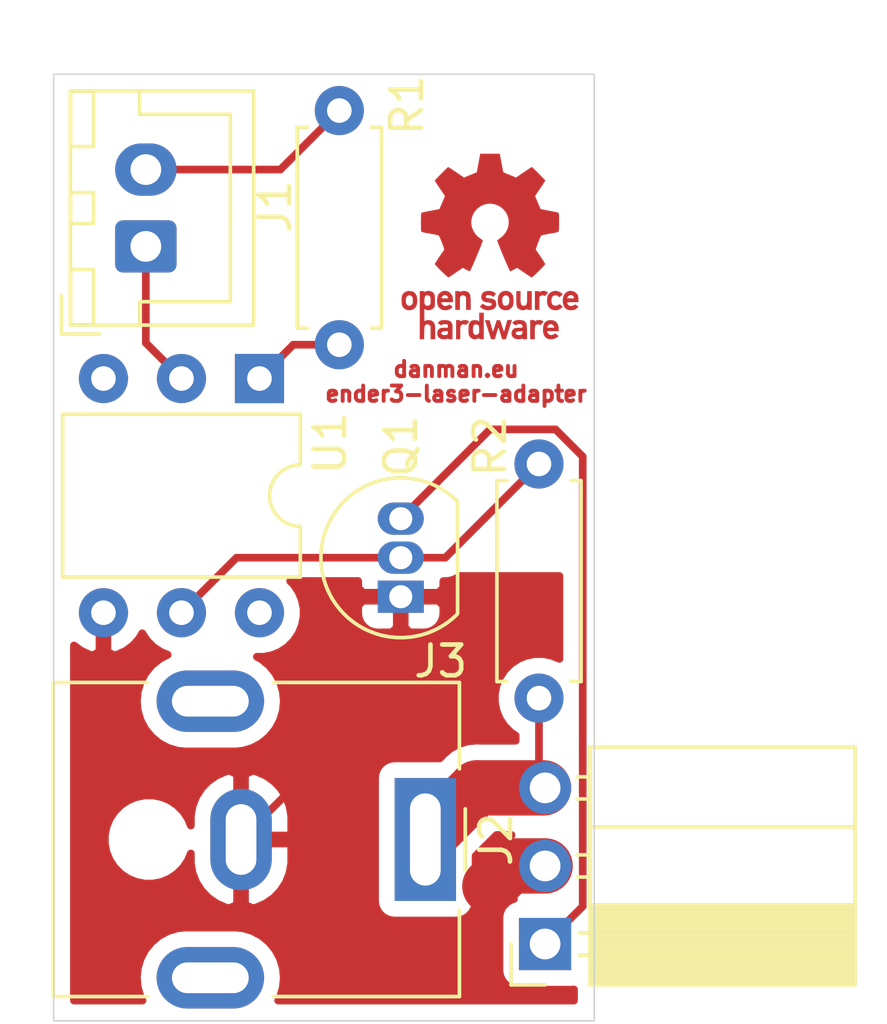
<source format=kicad_pcb>
(kicad_pcb (version 20171130) (host pcbnew 5.1.6-c6e7f7d~87~ubuntu20.04.1)

  (general
    (thickness 1.6)
    (drawings 5)
    (tracks 23)
    (zones 0)
    (modules 8)
    (nets 10)
  )

  (page A4)
  (layers
    (0 F.Cu signal)
    (31 B.Cu signal)
    (32 B.Adhes user)
    (33 F.Adhes user)
    (34 B.Paste user)
    (35 F.Paste user)
    (36 B.SilkS user)
    (37 F.SilkS user)
    (38 B.Mask user)
    (39 F.Mask user)
    (40 Dwgs.User user)
    (41 Cmts.User user)
    (42 Eco1.User user)
    (43 Eco2.User user)
    (44 Edge.Cuts user)
    (45 Margin user)
    (46 B.CrtYd user)
    (47 F.CrtYd user)
    (48 B.Fab user)
    (49 F.Fab user)
  )

  (setup
    (last_trace_width 0.25)
    (user_trace_width 1.8)
    (trace_clearance 0.2)
    (zone_clearance 0.508)
    (zone_45_only no)
    (trace_min 0.2)
    (via_size 0.8)
    (via_drill 0.4)
    (via_min_size 0.4)
    (via_min_drill 0.3)
    (uvia_size 0.3)
    (uvia_drill 0.1)
    (uvias_allowed no)
    (uvia_min_size 0.2)
    (uvia_min_drill 0.1)
    (edge_width 0.05)
    (segment_width 0.2)
    (pcb_text_width 0.3)
    (pcb_text_size 1.5 1.5)
    (mod_edge_width 0.12)
    (mod_text_size 1 1)
    (mod_text_width 0.15)
    (pad_size 1.524 1.524)
    (pad_drill 0.762)
    (pad_to_mask_clearance 0.05)
    (aux_axis_origin 0 0)
    (visible_elements FFFFFF7F)
    (pcbplotparams
      (layerselection 0x010fc_ffffffff)
      (usegerberextensions false)
      (usegerberattributes true)
      (usegerberadvancedattributes true)
      (creategerberjobfile true)
      (excludeedgelayer true)
      (linewidth 0.100000)
      (plotframeref false)
      (viasonmask false)
      (mode 1)
      (useauxorigin false)
      (hpglpennumber 1)
      (hpglpenspeed 20)
      (hpglpendiameter 15.000000)
      (psnegative false)
      (psa4output false)
      (plotreference true)
      (plotvalue true)
      (plotinvisibletext false)
      (padsonsilk false)
      (subtractmaskfromsilk false)
      (outputformat 1)
      (mirror false)
      (drillshape 0)
      (scaleselection 1)
      (outputdirectory "output/gerber/"))
  )

  (net 0 "")
  (net 1 "Net-(J1-Pad2)")
  (net 2 "Net-(J1-Pad1)")
  (net 3 "Net-(Q1-Pad2)")
  (net 4 "Net-(R1-Pad1)")
  (net 5 "Net-(U1-Pad6)")
  (net 6 "Net-(U1-Pad3)")
  (net 7 /GND)
  (net 8 /VCC)
  (net 9 /PWM)

  (net_class Default "This is the default net class."
    (clearance 0.2)
    (trace_width 0.25)
    (via_dia 0.8)
    (via_drill 0.4)
    (uvia_dia 0.3)
    (uvia_drill 0.1)
    (add_net /GND)
    (add_net /PWM)
    (add_net /VCC)
    (add_net "Net-(J1-Pad1)")
    (add_net "Net-(J1-Pad2)")
    (add_net "Net-(Q1-Pad2)")
    (add_net "Net-(R1-Pad1)")
    (add_net "Net-(U1-Pad3)")
    (add_net "Net-(U1-Pad6)")
  )

  (module Symbol:OSHW-Logo_5.7x6mm_Copper (layer F.Cu) (tedit 0) (tstamp 5F1DCF29)
    (at 138 76)
    (descr "Open Source Hardware Logo")
    (tags "Logo OSHW")
    (attr virtual)
    (fp_text reference REF** (at 0 0) (layer F.SilkS) hide
      (effects (font (size 1 1) (thickness 0.15)))
    )
    (fp_text value OSHW-Logo_5.7x6mm_Copper (at 0.75 0) (layer F.Fab) hide
      (effects (font (size 1 1) (thickness 0.15)))
    )
    (fp_poly (pts (xy -1.908759 1.469184) (xy -1.882247 1.482282) (xy -1.849553 1.505106) (xy -1.825725 1.529996)
      (xy -1.809406 1.561249) (xy -1.79924 1.603166) (xy -1.793872 1.660044) (xy -1.791944 1.736184)
      (xy -1.791831 1.768917) (xy -1.792161 1.840656) (xy -1.793527 1.891927) (xy -1.7965 1.927404)
      (xy -1.801649 1.951763) (xy -1.809543 1.96968) (xy -1.817757 1.981902) (xy -1.870187 2.033905)
      (xy -1.93193 2.065184) (xy -1.998536 2.074592) (xy -2.065558 2.06098) (xy -2.086792 2.051354)
      (xy -2.137624 2.024859) (xy -2.137624 2.440052) (xy -2.100525 2.420868) (xy -2.051643 2.406025)
      (xy -1.991561 2.402222) (xy -1.931564 2.409243) (xy -1.886256 2.425013) (xy -1.848675 2.455047)
      (xy -1.816564 2.498024) (xy -1.81415 2.502436) (xy -1.803967 2.523221) (xy -1.79653 2.54417)
      (xy -1.791411 2.569548) (xy -1.788181 2.603618) (xy -1.786413 2.650641) (xy -1.785677 2.714882)
      (xy -1.785544 2.787176) (xy -1.785544 3.017822) (xy -1.923861 3.017822) (xy -1.923861 2.592533)
      (xy -1.962549 2.559979) (xy -2.002738 2.53394) (xy -2.040797 2.529205) (xy -2.079066 2.541389)
      (xy -2.099462 2.55332) (xy -2.114642 2.570313) (xy -2.125438 2.595995) (xy -2.132683 2.633991)
      (xy -2.137208 2.687926) (xy -2.139844 2.761425) (xy -2.140772 2.810347) (xy -2.143911 3.011535)
      (xy -2.209926 3.015336) (xy -2.27594 3.019136) (xy -2.27594 1.77065) (xy -2.137624 1.77065)
      (xy -2.134097 1.840254) (xy -2.122215 1.888569) (xy -2.10002 1.918631) (xy -2.065559 1.933471)
      (xy -2.030742 1.936436) (xy -1.991329 1.933028) (xy -1.965171 1.919617) (xy -1.948814 1.901896)
      (xy -1.935937 1.882835) (xy -1.928272 1.861601) (xy -1.924861 1.831849) (xy -1.924749 1.787236)
      (xy -1.925897 1.74988) (xy -1.928532 1.693604) (xy -1.932456 1.656658) (xy -1.939063 1.633223)
      (xy -1.949749 1.61748) (xy -1.959833 1.60838) (xy -2.00197 1.588537) (xy -2.05184 1.585332)
      (xy -2.080476 1.592168) (xy -2.108828 1.616464) (xy -2.127609 1.663728) (xy -2.136712 1.733624)
      (xy -2.137624 1.77065) (xy -2.27594 1.77065) (xy -2.27594 1.458614) (xy -2.206782 1.458614)
      (xy -2.16526 1.460256) (xy -2.143838 1.466087) (xy -2.137626 1.477461) (xy -2.137624 1.477798)
      (xy -2.134742 1.488938) (xy -2.12203 1.487673) (xy -2.096757 1.475433) (xy -2.037869 1.456707)
      (xy -1.971615 1.454739) (xy -1.908759 1.469184)) (layer F.Cu) (width 0.01))
    (fp_poly (pts (xy -1.38421 2.406555) (xy -1.325055 2.422339) (xy -1.280023 2.450948) (xy -1.248246 2.488419)
      (xy -1.238366 2.504411) (xy -1.231073 2.521163) (xy -1.225974 2.542592) (xy -1.222679 2.572616)
      (xy -1.220797 2.615154) (xy -1.219937 2.674122) (xy -1.219707 2.75344) (xy -1.219703 2.774484)
      (xy -1.219703 3.017822) (xy -1.280059 3.017822) (xy -1.318557 3.015126) (xy -1.347023 3.008295)
      (xy -1.354155 3.004083) (xy -1.373652 2.996813) (xy -1.393566 3.004083) (xy -1.426353 3.01316)
      (xy -1.473978 3.016813) (xy -1.526764 3.015228) (xy -1.575036 3.008589) (xy -1.603218 3.000072)
      (xy -1.657753 2.965063) (xy -1.691835 2.916479) (xy -1.707157 2.851882) (xy -1.707299 2.850223)
      (xy -1.705955 2.821566) (xy -1.584356 2.821566) (xy -1.573726 2.854161) (xy -1.55641 2.872505)
      (xy -1.521652 2.886379) (xy -1.475773 2.891917) (xy -1.428988 2.889191) (xy -1.391514 2.878274)
      (xy -1.381015 2.871269) (xy -1.362668 2.838904) (xy -1.35802 2.802111) (xy -1.35802 2.753763)
      (xy -1.427582 2.753763) (xy -1.493667 2.75885) (xy -1.543764 2.773263) (xy -1.574929 2.795729)
      (xy -1.584356 2.821566) (xy -1.705955 2.821566) (xy -1.703987 2.779647) (xy -1.68071 2.723845)
      (xy -1.636948 2.681647) (xy -1.630899 2.677808) (xy -1.604907 2.665309) (xy -1.572735 2.65774)
      (xy -1.52776 2.654061) (xy -1.474331 2.653216) (xy -1.35802 2.653169) (xy -1.35802 2.604411)
      (xy -1.362953 2.566581) (xy -1.375543 2.541236) (xy -1.377017 2.539887) (xy -1.405034 2.5288)
      (xy -1.447326 2.524503) (xy -1.494064 2.526615) (xy -1.535418 2.534756) (xy -1.559957 2.546965)
      (xy -1.573253 2.556746) (xy -1.587294 2.558613) (xy -1.606671 2.5506) (xy -1.635976 2.530739)
      (xy -1.679803 2.497063) (xy -1.683825 2.493909) (xy -1.681764 2.482236) (xy -1.664568 2.462822)
      (xy -1.638433 2.441248) (xy -1.609552 2.423096) (xy -1.600478 2.418809) (xy -1.56738 2.410256)
      (xy -1.51888 2.404155) (xy -1.464695 2.401708) (xy -1.462161 2.401703) (xy -1.38421 2.406555)) (layer F.Cu) (width 0.01))
    (fp_poly (pts (xy -0.993356 2.40302) (xy -0.974539 2.40866) (xy -0.968473 2.421053) (xy -0.968218 2.426647)
      (xy -0.967129 2.44223) (xy -0.959632 2.444676) (xy -0.939381 2.433993) (xy -0.927351 2.426694)
      (xy -0.8894 2.411063) (xy -0.844072 2.403334) (xy -0.796544 2.40274) (xy -0.751995 2.408513)
      (xy -0.715602 2.419884) (xy -0.692543 2.436088) (xy -0.687996 2.456355) (xy -0.690291 2.461843)
      (xy -0.70702 2.484626) (xy -0.732963 2.512647) (xy -0.737655 2.517177) (xy -0.762383 2.538005)
      (xy -0.783718 2.544735) (xy -0.813555 2.540038) (xy -0.825508 2.536917) (xy -0.862705 2.529421)
      (xy -0.888859 2.532792) (xy -0.910946 2.544681) (xy -0.931178 2.560635) (xy -0.946079 2.5807)
      (xy -0.956434 2.608702) (xy -0.963029 2.648467) (xy -0.966649 2.703823) (xy -0.968078 2.778594)
      (xy -0.968218 2.82374) (xy -0.968218 3.017822) (xy -1.09396 3.017822) (xy -1.09396 2.401683)
      (xy -1.031089 2.401683) (xy -0.993356 2.40302)) (layer F.Cu) (width 0.01))
    (fp_poly (pts (xy -0.201188 3.017822) (xy -0.270346 3.017822) (xy -0.310488 3.016645) (xy -0.331394 3.011772)
      (xy -0.338922 3.001186) (xy -0.339505 2.994029) (xy -0.340774 2.979676) (xy -0.348779 2.976923)
      (xy -0.369815 2.985771) (xy -0.386173 2.994029) (xy -0.448977 3.013597) (xy -0.517248 3.014729)
      (xy -0.572752 3.000135) (xy -0.624438 2.964877) (xy -0.663838 2.912835) (xy -0.685413 2.85145)
      (xy -0.685962 2.848018) (xy -0.689167 2.810571) (xy -0.690761 2.756813) (xy -0.690633 2.716155)
      (xy -0.553279 2.716155) (xy -0.550097 2.770194) (xy -0.542859 2.814735) (xy -0.53306 2.839888)
      (xy -0.495989 2.87426) (xy -0.451974 2.886582) (xy -0.406584 2.876618) (xy -0.367797 2.846895)
      (xy -0.353108 2.826905) (xy -0.344519 2.80305) (xy -0.340496 2.76823) (xy -0.339505 2.71593)
      (xy -0.341278 2.664139) (xy -0.345963 2.618634) (xy -0.352603 2.588181) (xy -0.35371 2.585452)
      (xy -0.380491 2.553) (xy -0.419579 2.535183) (xy -0.463315 2.532306) (xy -0.504038 2.544674)
      (xy -0.534087 2.572593) (xy -0.537204 2.578148) (xy -0.546961 2.612022) (xy -0.552277 2.660728)
      (xy -0.553279 2.716155) (xy -0.690633 2.716155) (xy -0.690568 2.69554) (xy -0.689664 2.662563)
      (xy -0.683514 2.580981) (xy -0.670733 2.51973) (xy -0.649471 2.474449) (xy -0.617878 2.440779)
      (xy -0.587207 2.421014) (xy -0.544354 2.40712) (xy -0.491056 2.402354) (xy -0.43648 2.406236)
      (xy -0.389792 2.418282) (xy -0.365124 2.432693) (xy -0.339505 2.455878) (xy -0.339505 2.162773)
      (xy -0.201188 2.162773) (xy -0.201188 3.017822)) (layer F.Cu) (width 0.01))
    (fp_poly (pts (xy 0.281524 2.404237) (xy 0.331255 2.407971) (xy 0.461291 2.797773) (xy 0.481678 2.728614)
      (xy 0.493946 2.685874) (xy 0.510085 2.628115) (xy 0.527512 2.564625) (xy 0.536726 2.53057)
      (xy 0.571388 2.401683) (xy 0.714391 2.401683) (xy 0.671646 2.536857) (xy 0.650596 2.603342)
      (xy 0.625167 2.683539) (xy 0.59861 2.767193) (xy 0.574902 2.841782) (xy 0.520902 3.011535)
      (xy 0.462598 3.015328) (xy 0.404295 3.019122) (xy 0.372679 2.914734) (xy 0.353182 2.849889)
      (xy 0.331904 2.7784) (xy 0.313308 2.715263) (xy 0.312574 2.71275) (xy 0.298684 2.669969)
      (xy 0.286429 2.640779) (xy 0.277846 2.629741) (xy 0.276082 2.631018) (xy 0.269891 2.64813)
      (xy 0.258128 2.684787) (xy 0.242225 2.736378) (xy 0.223614 2.798294) (xy 0.213543 2.832352)
      (xy 0.159007 3.017822) (xy 0.043264 3.017822) (xy -0.049263 2.725471) (xy -0.075256 2.643462)
      (xy -0.098934 2.568987) (xy -0.11918 2.505544) (xy -0.134874 2.456632) (xy -0.144898 2.425749)
      (xy -0.147945 2.416726) (xy -0.145533 2.407487) (xy -0.126592 2.403441) (xy -0.087177 2.403846)
      (xy -0.081007 2.404152) (xy -0.007914 2.407971) (xy 0.039957 2.58401) (xy 0.057553 2.648211)
      (xy 0.073277 2.704649) (xy 0.085746 2.748422) (xy 0.093574 2.77463) (xy 0.09502 2.778903)
      (xy 0.101014 2.77399) (xy 0.113101 2.748532) (xy 0.129893 2.705997) (xy 0.150003 2.64985)
      (xy 0.167003 2.59913) (xy 0.231794 2.400504) (xy 0.281524 2.404237)) (layer F.Cu) (width 0.01))
    (fp_poly (pts (xy 1.038411 2.405417) (xy 1.091411 2.41829) (xy 1.106731 2.42511) (xy 1.136428 2.442974)
      (xy 1.15922 2.463093) (xy 1.176083 2.488962) (xy 1.187998 2.524073) (xy 1.195942 2.57192)
      (xy 1.200894 2.635996) (xy 1.203831 2.719794) (xy 1.204947 2.775768) (xy 1.209052 3.017822)
      (xy 1.138932 3.017822) (xy 1.096393 3.016038) (xy 1.074476 3.009942) (xy 1.068812 2.999706)
      (xy 1.065821 2.988637) (xy 1.052451 2.990754) (xy 1.034233 2.999629) (xy 0.988624 3.013233)
      (xy 0.930007 3.016899) (xy 0.868354 3.010903) (xy 0.813638 2.995521) (xy 0.80873 2.993386)
      (xy 0.758723 2.958255) (xy 0.725756 2.909419) (xy 0.710587 2.852333) (xy 0.711746 2.831824)
      (xy 0.835508 2.831824) (xy 0.846413 2.859425) (xy 0.878745 2.879204) (xy 0.93091 2.889819)
      (xy 0.958787 2.891228) (xy 1.005247 2.88762) (xy 1.036129 2.873597) (xy 1.043664 2.866931)
      (xy 1.064076 2.830666) (xy 1.068812 2.797773) (xy 1.068812 2.753763) (xy 1.007513 2.753763)
      (xy 0.936256 2.757395) (xy 0.886276 2.768818) (xy 0.854696 2.788824) (xy 0.847626 2.797743)
      (xy 0.835508 2.831824) (xy 0.711746 2.831824) (xy 0.713971 2.792456) (xy 0.736663 2.735244)
      (xy 0.767624 2.69658) (xy 0.786376 2.679864) (xy 0.804733 2.668878) (xy 0.828619 2.66218)
      (xy 0.863957 2.658326) (xy 0.916669 2.655873) (xy 0.937577 2.655168) (xy 1.068812 2.650879)
      (xy 1.06862 2.611158) (xy 1.063537 2.569405) (xy 1.045162 2.544158) (xy 1.008039 2.52803)
      (xy 1.007043 2.527742) (xy 0.95441 2.5214) (xy 0.902906 2.529684) (xy 0.86463 2.549827)
      (xy 0.849272 2.559773) (xy 0.83273 2.558397) (xy 0.807275 2.543987) (xy 0.792328 2.533817)
      (xy 0.763091 2.512088) (xy 0.74498 2.4958) (xy 0.742074 2.491137) (xy 0.75404 2.467005)
      (xy 0.789396 2.438185) (xy 0.804753 2.428461) (xy 0.848901 2.411714) (xy 0.908398 2.402227)
      (xy 0.974487 2.400095) (xy 1.038411 2.405417)) (layer F.Cu) (width 0.01))
    (fp_poly (pts (xy 1.635255 2.401486) (xy 1.683595 2.411015) (xy 1.711114 2.425125) (xy 1.740064 2.448568)
      (xy 1.698876 2.500571) (xy 1.673482 2.532064) (xy 1.656238 2.547428) (xy 1.639102 2.549776)
      (xy 1.614027 2.542217) (xy 1.602257 2.537941) (xy 1.55427 2.531631) (xy 1.510324 2.545156)
      (xy 1.47806 2.57571) (xy 1.472819 2.585452) (xy 1.467112 2.611258) (xy 1.462706 2.658817)
      (xy 1.459811 2.724758) (xy 1.458631 2.80571) (xy 1.458614 2.817226) (xy 1.458614 3.017822)
      (xy 1.320297 3.017822) (xy 1.320297 2.401683) (xy 1.389456 2.401683) (xy 1.429333 2.402725)
      (xy 1.450107 2.407358) (xy 1.457789 2.417849) (xy 1.458614 2.427745) (xy 1.458614 2.453806)
      (xy 1.491745 2.427745) (xy 1.529735 2.409965) (xy 1.58077 2.401174) (xy 1.635255 2.401486)) (layer F.Cu) (width 0.01))
    (fp_poly (pts (xy 2.032581 2.40497) (xy 2.092685 2.420597) (xy 2.143021 2.452848) (xy 2.167393 2.47694)
      (xy 2.207345 2.533895) (xy 2.230242 2.599965) (xy 2.238108 2.681182) (xy 2.238148 2.687748)
      (xy 2.238218 2.753763) (xy 1.858264 2.753763) (xy 1.866363 2.788342) (xy 1.880987 2.819659)
      (xy 1.906581 2.852291) (xy 1.911935 2.8575) (xy 1.957943 2.885694) (xy 2.01041 2.890475)
      (xy 2.070803 2.871926) (xy 2.08104 2.866931) (xy 2.112439 2.851745) (xy 2.13347 2.843094)
      (xy 2.137139 2.842293) (xy 2.149948 2.850063) (xy 2.174378 2.869072) (xy 2.186779 2.87946)
      (xy 2.212476 2.903321) (xy 2.220915 2.919077) (xy 2.215058 2.933571) (xy 2.211928 2.937534)
      (xy 2.190725 2.954879) (xy 2.155738 2.975959) (xy 2.131337 2.988265) (xy 2.062072 3.009946)
      (xy 1.985388 3.016971) (xy 1.912765 3.008647) (xy 1.892426 3.002686) (xy 1.829476 2.968952)
      (xy 1.782815 2.917045) (xy 1.752173 2.846459) (xy 1.737282 2.756692) (xy 1.735647 2.709753)
      (xy 1.740421 2.641413) (xy 1.86099 2.641413) (xy 1.872652 2.646465) (xy 1.903998 2.650429)
      (xy 1.949571 2.652768) (xy 1.980446 2.653169) (xy 2.035981 2.652783) (xy 2.071033 2.650975)
      (xy 2.090262 2.646773) (xy 2.09833 2.639203) (xy 2.099901 2.628218) (xy 2.089121 2.594381)
      (xy 2.06198 2.56094) (xy 2.026277 2.535272) (xy 1.99056 2.524772) (xy 1.942048 2.534086)
      (xy 1.900053 2.561013) (xy 1.870936 2.599827) (xy 1.86099 2.641413) (xy 1.740421 2.641413)
      (xy 1.742599 2.610236) (xy 1.764055 2.530949) (xy 1.80047 2.471263) (xy 1.852297 2.430549)
      (xy 1.91999 2.408179) (xy 1.956662 2.403871) (xy 2.032581 2.40497)) (layer F.Cu) (width 0.01))
    (fp_poly (pts (xy -2.538261 1.465148) (xy -2.472479 1.494231) (xy -2.42254 1.542793) (xy -2.388374 1.610908)
      (xy -2.369907 1.698651) (xy -2.368583 1.712351) (xy -2.367546 1.808939) (xy -2.380993 1.893602)
      (xy -2.408108 1.962221) (xy -2.422627 1.984294) (xy -2.473201 2.031011) (xy -2.537609 2.061268)
      (xy -2.609666 2.073824) (xy -2.683185 2.067439) (xy -2.739072 2.047772) (xy -2.787132 2.014629)
      (xy -2.826412 1.971175) (xy -2.827092 1.970158) (xy -2.843044 1.943338) (xy -2.85341 1.916368)
      (xy -2.859688 1.882332) (xy -2.863373 1.83431) (xy -2.864997 1.794931) (xy -2.865672 1.759219)
      (xy -2.739955 1.759219) (xy -2.738726 1.79477) (xy -2.734266 1.842094) (xy -2.726397 1.872465)
      (xy -2.712207 1.894072) (xy -2.698917 1.906694) (xy -2.651802 1.933122) (xy -2.602505 1.936653)
      (xy -2.556593 1.917639) (xy -2.533638 1.896331) (xy -2.517096 1.874859) (xy -2.507421 1.854313)
      (xy -2.503174 1.827574) (xy -2.50292 1.787523) (xy -2.504228 1.750638) (xy -2.507043 1.697947)
      (xy -2.511505 1.663772) (xy -2.519548 1.64148) (xy -2.533103 1.624442) (xy -2.543845 1.614703)
      (xy -2.588777 1.589123) (xy -2.637249 1.587847) (xy -2.677894 1.602999) (xy -2.712567 1.634642)
      (xy -2.733224 1.68662) (xy -2.739955 1.759219) (xy -2.865672 1.759219) (xy -2.866479 1.716621)
      (xy -2.863948 1.658056) (xy -2.856362 1.614007) (xy -2.842681 1.579248) (xy -2.821865 1.548551)
      (xy -2.814147 1.539436) (xy -2.765889 1.494021) (xy -2.714128 1.467493) (xy -2.650828 1.456379)
      (xy -2.619961 1.455471) (xy -2.538261 1.465148)) (layer F.Cu) (width 0.01))
    (fp_poly (pts (xy -1.356699 1.472614) (xy -1.344168 1.478514) (xy -1.300799 1.510283) (xy -1.25979 1.556646)
      (xy -1.229168 1.607696) (xy -1.220459 1.631166) (xy -1.212512 1.673091) (xy -1.207774 1.723757)
      (xy -1.207199 1.744679) (xy -1.207129 1.810693) (xy -1.587083 1.810693) (xy -1.578983 1.845273)
      (xy -1.559104 1.88617) (xy -1.524347 1.921514) (xy -1.482998 1.944282) (xy -1.456649 1.94901)
      (xy -1.420916 1.943273) (xy -1.378282 1.928882) (xy -1.363799 1.922262) (xy -1.31024 1.895513)
      (xy -1.264533 1.930376) (xy -1.238158 1.953955) (xy -1.224124 1.973417) (xy -1.223414 1.979129)
      (xy -1.235951 1.992973) (xy -1.263428 2.014012) (xy -1.288366 2.030425) (xy -1.355664 2.05993)
      (xy -1.43111 2.073284) (xy -1.505888 2.069812) (xy -1.565495 2.051663) (xy -1.626941 2.012784)
      (xy -1.670608 1.961595) (xy -1.697926 1.895367) (xy -1.710322 1.811371) (xy -1.711421 1.772936)
      (xy -1.707022 1.684861) (xy -1.706482 1.682299) (xy -1.580582 1.682299) (xy -1.577115 1.690558)
      (xy -1.562863 1.695113) (xy -1.53347 1.697065) (xy -1.484575 1.697517) (xy -1.465748 1.697525)
      (xy -1.408467 1.696843) (xy -1.372141 1.694364) (xy -1.352604 1.689443) (xy -1.34569 1.681434)
      (xy -1.345445 1.678862) (xy -1.353336 1.658423) (xy -1.373085 1.629789) (xy -1.381575 1.619763)
      (xy -1.413094 1.591408) (xy -1.445949 1.580259) (xy -1.463651 1.579327) (xy -1.511539 1.590981)
      (xy -1.551699 1.622285) (xy -1.577173 1.667752) (xy -1.577625 1.669233) (xy -1.580582 1.682299)
      (xy -1.706482 1.682299) (xy -1.692392 1.61551) (xy -1.666038 1.560025) (xy -1.633807 1.520639)
      (xy -1.574217 1.477931) (xy -1.504168 1.455109) (xy -1.429661 1.453046) (xy -1.356699 1.472614)) (layer F.Cu) (width 0.01))
    (fp_poly (pts (xy 0.014017 1.456452) (xy 0.061634 1.465482) (xy 0.111034 1.48437) (xy 0.116312 1.486777)
      (xy 0.153774 1.506476) (xy 0.179717 1.524781) (xy 0.188103 1.536508) (xy 0.180117 1.555632)
      (xy 0.16072 1.58385) (xy 0.15211 1.594384) (xy 0.116628 1.635847) (xy 0.070885 1.608858)
      (xy 0.02735 1.590878) (xy -0.02295 1.581267) (xy -0.071188 1.58066) (xy -0.108533 1.589691)
      (xy -0.117495 1.595327) (xy -0.134563 1.621171) (xy -0.136637 1.650941) (xy -0.123866 1.674197)
      (xy -0.116312 1.678708) (xy -0.093675 1.684309) (xy -0.053885 1.690892) (xy -0.004834 1.697183)
      (xy 0.004215 1.69817) (xy 0.082996 1.711798) (xy 0.140136 1.734946) (xy 0.17803 1.769752)
      (xy 0.199079 1.818354) (xy 0.205635 1.877718) (xy 0.196577 1.945198) (xy 0.167164 1.998188)
      (xy 0.117278 2.036783) (xy 0.0468 2.061081) (xy -0.031435 2.070667) (xy -0.095234 2.070552)
      (xy -0.146984 2.061845) (xy -0.182327 2.049825) (xy -0.226983 2.02888) (xy -0.268253 2.004574)
      (xy -0.282921 1.993876) (xy -0.320643 1.963084) (xy -0.275148 1.917049) (xy -0.229653 1.871013)
      (xy -0.177928 1.905243) (xy -0.126048 1.930952) (xy -0.070649 1.944399) (xy -0.017395 1.945818)
      (xy 0.028049 1.935443) (xy 0.060016 1.913507) (xy 0.070338 1.894998) (xy 0.068789 1.865314)
      (xy 0.04314 1.842615) (xy -0.00654 1.82694) (xy -0.060969 1.819695) (xy -0.144736 1.805873)
      (xy -0.206967 1.779796) (xy -0.248493 1.740699) (xy -0.270147 1.68782) (xy -0.273147 1.625126)
      (xy -0.258329 1.559642) (xy -0.224546 1.510144) (xy -0.171495 1.476408) (xy -0.098874 1.458207)
      (xy -0.045072 1.454639) (xy 0.014017 1.456452)) (layer F.Cu) (width 0.01))
    (fp_poly (pts (xy 0.610762 1.466055) (xy 0.674363 1.500692) (xy 0.724123 1.555372) (xy 0.747568 1.599842)
      (xy 0.757634 1.639121) (xy 0.764156 1.695116) (xy 0.766951 1.759621) (xy 0.765836 1.824429)
      (xy 0.760626 1.881334) (xy 0.754541 1.911727) (xy 0.734014 1.953306) (xy 0.698463 1.997468)
      (xy 0.655619 2.036087) (xy 0.613211 2.061034) (xy 0.612177 2.06143) (xy 0.559553 2.072331)
      (xy 0.497188 2.072601) (xy 0.437924 2.062676) (xy 0.41504 2.054722) (xy 0.356102 2.0213)
      (xy 0.31389 1.977511) (xy 0.286156 1.919538) (xy 0.270651 1.843565) (xy 0.267143 1.803771)
      (xy 0.26759 1.753766) (xy 0.402376 1.753766) (xy 0.406917 1.826732) (xy 0.419986 1.882334)
      (xy 0.440756 1.917861) (xy 0.455552 1.92802) (xy 0.493464 1.935104) (xy 0.538527 1.933007)
      (xy 0.577487 1.922812) (xy 0.587704 1.917204) (xy 0.614659 1.884538) (xy 0.632451 1.834545)
      (xy 0.640024 1.773705) (xy 0.636325 1.708497) (xy 0.628057 1.669253) (xy 0.60432 1.623805)
      (xy 0.566849 1.595396) (xy 0.52172 1.585573) (xy 0.475011 1.595887) (xy 0.439132 1.621112)
      (xy 0.420277 1.641925) (xy 0.409272 1.662439) (xy 0.404026 1.690203) (xy 0.402449 1.732762)
      (xy 0.402376 1.753766) (xy 0.26759 1.753766) (xy 0.268094 1.69758) (xy 0.285388 1.610501)
      (xy 0.319029 1.54253) (xy 0.369018 1.493664) (xy 0.435356 1.463899) (xy 0.449601 1.460448)
      (xy 0.53521 1.452345) (xy 0.610762 1.466055)) (layer F.Cu) (width 0.01))
    (fp_poly (pts (xy 0.993367 1.654342) (xy 0.994555 1.746563) (xy 0.998897 1.81661) (xy 1.007558 1.867381)
      (xy 1.021704 1.901772) (xy 1.0425 1.922679) (xy 1.07111 1.933) (xy 1.106535 1.935636)
      (xy 1.143636 1.932682) (xy 1.171818 1.921889) (xy 1.192243 1.90036) (xy 1.206079 1.865199)
      (xy 1.214491 1.81351) (xy 1.218643 1.742394) (xy 1.219703 1.654342) (xy 1.219703 1.458614)
      (xy 1.35802 1.458614) (xy 1.35802 2.062179) (xy 1.288862 2.062179) (xy 1.24717 2.060489)
      (xy 1.225701 2.054556) (xy 1.219703 2.043293) (xy 1.216091 2.033261) (xy 1.201714 2.035383)
      (xy 1.172736 2.04958) (xy 1.106319 2.07148) (xy 1.035875 2.069928) (xy 0.968377 2.046147)
      (xy 0.936233 2.027362) (xy 0.911715 2.007022) (xy 0.893804 1.981573) (xy 0.881479 1.947458)
      (xy 0.873723 1.901121) (xy 0.869516 1.839007) (xy 0.86784 1.757561) (xy 0.867624 1.694578)
      (xy 0.867624 1.458614) (xy 0.993367 1.458614) (xy 0.993367 1.654342)) (layer F.Cu) (width 0.01))
    (fp_poly (pts (xy 2.217226 1.46388) (xy 2.29008 1.49483) (xy 2.313027 1.509895) (xy 2.342354 1.533048)
      (xy 2.360764 1.551253) (xy 2.363961 1.557183) (xy 2.354935 1.57034) (xy 2.331837 1.592667)
      (xy 2.313344 1.60825) (xy 2.262728 1.648926) (xy 2.22276 1.615295) (xy 2.191874 1.593584)
      (xy 2.161759 1.58609) (xy 2.127292 1.58792) (xy 2.072561 1.601528) (xy 2.034886 1.629772)
      (xy 2.011991 1.675433) (xy 2.001597 1.741289) (xy 2.001595 1.741331) (xy 2.002494 1.814939)
      (xy 2.016463 1.868946) (xy 2.044328 1.905716) (xy 2.063325 1.918168) (xy 2.113776 1.933673)
      (xy 2.167663 1.933683) (xy 2.214546 1.918638) (xy 2.225644 1.911287) (xy 2.253476 1.892511)
      (xy 2.275236 1.889434) (xy 2.298704 1.903409) (xy 2.324649 1.92851) (xy 2.365716 1.97088)
      (xy 2.320121 2.008464) (xy 2.249674 2.050882) (xy 2.170233 2.071785) (xy 2.087215 2.070272)
      (xy 2.032694 2.056411) (xy 1.96897 2.022135) (xy 1.918005 1.968212) (xy 1.894851 1.930149)
      (xy 1.876099 1.875536) (xy 1.866715 1.806369) (xy 1.866643 1.731407) (xy 1.875824 1.659409)
      (xy 1.894199 1.599137) (xy 1.897093 1.592958) (xy 1.939952 1.532351) (xy 1.997979 1.488224)
      (xy 2.066591 1.461493) (xy 2.141201 1.453073) (xy 2.217226 1.46388)) (layer F.Cu) (width 0.01))
    (fp_poly (pts (xy 2.677898 1.456457) (xy 2.710096 1.464279) (xy 2.771825 1.492921) (xy 2.82461 1.536667)
      (xy 2.861141 1.589117) (xy 2.86616 1.600893) (xy 2.873045 1.63174) (xy 2.877864 1.677371)
      (xy 2.879505 1.723492) (xy 2.879505 1.810693) (xy 2.697178 1.810693) (xy 2.621979 1.810978)
      (xy 2.569003 1.812704) (xy 2.535325 1.817181) (xy 2.51802 1.82572) (xy 2.514163 1.83963)
      (xy 2.520829 1.860222) (xy 2.53277 1.884315) (xy 2.56608 1.924525) (xy 2.612368 1.944558)
      (xy 2.668944 1.943905) (xy 2.733031 1.922101) (xy 2.788417 1.895193) (xy 2.834375 1.931532)
      (xy 2.880333 1.967872) (xy 2.837096 2.007819) (xy 2.779374 2.045563) (xy 2.708386 2.06832)
      (xy 2.632029 2.074688) (xy 2.558199 2.063268) (xy 2.546287 2.059393) (xy 2.481399 2.025506)
      (xy 2.43313 1.974986) (xy 2.400465 1.906325) (xy 2.382385 1.818014) (xy 2.382175 1.816121)
      (xy 2.380556 1.719878) (xy 2.3871 1.685542) (xy 2.514852 1.685542) (xy 2.526584 1.690822)
      (xy 2.558438 1.694867) (xy 2.605397 1.697176) (xy 2.635154 1.697525) (xy 2.690648 1.697306)
      (xy 2.725346 1.695916) (xy 2.743601 1.692251) (xy 2.749766 1.68521) (xy 2.748195 1.67369)
      (xy 2.746878 1.669233) (xy 2.724382 1.627355) (xy 2.689003 1.593604) (xy 2.65778 1.578773)
      (xy 2.616301 1.579668) (xy 2.574269 1.598164) (xy 2.539012 1.628786) (xy 2.517854 1.666062)
      (xy 2.514852 1.685542) (xy 2.3871 1.685542) (xy 2.39669 1.635229) (xy 2.428698 1.564191)
      (xy 2.474701 1.508779) (xy 2.532821 1.471009) (xy 2.60118 1.452896) (xy 2.677898 1.456457)) (layer F.Cu) (width 0.01))
    (fp_poly (pts (xy -0.754012 1.469002) (xy -0.722717 1.48395) (xy -0.692409 1.505541) (xy -0.669318 1.530391)
      (xy -0.6525 1.562087) (xy -0.641006 1.604214) (xy -0.633891 1.660358) (xy -0.630207 1.734106)
      (xy -0.629008 1.829044) (xy -0.628989 1.838985) (xy -0.628713 2.062179) (xy -0.76703 2.062179)
      (xy -0.76703 1.856418) (xy -0.767128 1.780189) (xy -0.767809 1.724939) (xy -0.769651 1.686501)
      (xy -0.773233 1.660706) (xy -0.779132 1.643384) (xy -0.787927 1.630368) (xy -0.80018 1.617507)
      (xy -0.843047 1.589873) (xy -0.889843 1.584745) (xy -0.934424 1.602217) (xy -0.949928 1.615221)
      (xy -0.96131 1.627447) (xy -0.969481 1.64054) (xy -0.974974 1.658615) (xy -0.97832 1.685787)
      (xy -0.980051 1.72617) (xy -0.980697 1.783879) (xy -0.980792 1.854132) (xy -0.980792 2.062179)
      (xy -1.119109 2.062179) (xy -1.119109 1.458614) (xy -1.04995 1.458614) (xy -1.008428 1.460256)
      (xy -0.987006 1.466087) (xy -0.980795 1.477461) (xy -0.980792 1.477798) (xy -0.97791 1.488938)
      (xy -0.965199 1.487674) (xy -0.939926 1.475434) (xy -0.882605 1.457424) (xy -0.817037 1.455421)
      (xy -0.754012 1.469002)) (layer F.Cu) (width 0.01))
    (fp_poly (pts (xy 1.79946 1.45803) (xy 1.842711 1.471245) (xy 1.870558 1.487941) (xy 1.879629 1.501145)
      (xy 1.877132 1.516797) (xy 1.860931 1.541385) (xy 1.847232 1.5588) (xy 1.818992 1.590283)
      (xy 1.797775 1.603529) (xy 1.779688 1.602664) (xy 1.726035 1.58901) (xy 1.68663 1.58963)
      (xy 1.654632 1.605104) (xy 1.64389 1.614161) (xy 1.609505 1.646027) (xy 1.609505 2.062179)
      (xy 1.471188 2.062179) (xy 1.471188 1.458614) (xy 1.540347 1.458614) (xy 1.581869 1.460256)
      (xy 1.603291 1.466087) (xy 1.609502 1.477461) (xy 1.609505 1.477798) (xy 1.612439 1.489713)
      (xy 1.625704 1.488159) (xy 1.644084 1.479563) (xy 1.682046 1.463568) (xy 1.712872 1.453945)
      (xy 1.752536 1.451478) (xy 1.79946 1.45803)) (layer F.Cu) (width 0.01))
    (fp_poly (pts (xy 0.376964 -2.709982) (xy 0.433812 -2.40843) (xy 0.853338 -2.235488) (xy 1.104984 -2.406605)
      (xy 1.175458 -2.45425) (xy 1.239163 -2.49679) (xy 1.293126 -2.532285) (xy 1.334373 -2.55879)
      (xy 1.359934 -2.574364) (xy 1.366895 -2.577722) (xy 1.379435 -2.569086) (xy 1.406231 -2.545208)
      (xy 1.44428 -2.509141) (xy 1.490579 -2.463933) (xy 1.542123 -2.412636) (xy 1.595909 -2.358299)
      (xy 1.648935 -2.303972) (xy 1.698195 -2.252705) (xy 1.740687 -2.207549) (xy 1.773407 -2.171554)
      (xy 1.793351 -2.14777) (xy 1.798119 -2.13981) (xy 1.791257 -2.125135) (xy 1.77202 -2.092986)
      (xy 1.74243 -2.046508) (xy 1.70451 -1.988844) (xy 1.660282 -1.92314) (xy 1.634654 -1.885664)
      (xy 1.587941 -1.817232) (xy 1.546432 -1.75548) (xy 1.51214 -1.703481) (xy 1.48708 -1.664308)
      (xy 1.473264 -1.641035) (xy 1.471188 -1.636145) (xy 1.475895 -1.622245) (xy 1.488723 -1.58985)
      (xy 1.507738 -1.543515) (xy 1.531003 -1.487794) (xy 1.556584 -1.427242) (xy 1.582545 -1.366414)
      (xy 1.60695 -1.309864) (xy 1.627863 -1.262148) (xy 1.643349 -1.227819) (xy 1.651472 -1.211432)
      (xy 1.651952 -1.210788) (xy 1.664707 -1.207659) (xy 1.698677 -1.200679) (xy 1.75034 -1.190533)
      (xy 1.816176 -1.177908) (xy 1.892664 -1.163491) (xy 1.93729 -1.155177) (xy 2.019021 -1.139616)
      (xy 2.092843 -1.124808) (xy 2.155021 -1.111564) (xy 2.201822 -1.100695) (xy 2.229509 -1.093011)
      (xy 2.235074 -1.090573) (xy 2.240526 -1.07407) (xy 2.244924 -1.0368) (xy 2.248272 -0.98312)
      (xy 2.250574 -0.917388) (xy 2.251832 -0.843963) (xy 2.252048 -0.767204) (xy 2.251227 -0.691468)
      (xy 2.249371 -0.621114) (xy 2.246482 -0.5605) (xy 2.242565 -0.513984) (xy 2.237622 -0.485925)
      (xy 2.234657 -0.480084) (xy 2.216934 -0.473083) (xy 2.179381 -0.463073) (xy 2.126964 -0.451231)
      (xy 2.064652 -0.438733) (xy 2.0429 -0.43469) (xy 1.938024 -0.41548) (xy 1.85518 -0.400009)
      (xy 1.79163 -0.387663) (xy 1.744637 -0.377827) (xy 1.711463 -0.369886) (xy 1.689371 -0.363224)
      (xy 1.675624 -0.357227) (xy 1.667484 -0.351281) (xy 1.666345 -0.350106) (xy 1.654977 -0.331174)
      (xy 1.637635 -0.294331) (xy 1.61605 -0.244087) (xy 1.591954 -0.184954) (xy 1.567079 -0.121444)
      (xy 1.543157 -0.058068) (xy 1.521919 0.000662) (xy 1.505097 0.050235) (xy 1.494422 0.086139)
      (xy 1.491627 0.103862) (xy 1.49186 0.104483) (xy 1.501331 0.11897) (xy 1.522818 0.150844)
      (xy 1.554063 0.196789) (xy 1.592807 0.253485) (xy 1.636793 0.317617) (xy 1.649319 0.335842)
      (xy 1.693984 0.401914) (xy 1.733288 0.4622) (xy 1.765088 0.513235) (xy 1.787245 0.55156)
      (xy 1.797617 0.573711) (xy 1.798119 0.576432) (xy 1.789405 0.590736) (xy 1.765325 0.619072)
      (xy 1.728976 0.658396) (xy 1.683453 0.705661) (xy 1.631852 0.757823) (xy 1.577267 0.811835)
      (xy 1.522794 0.864653) (xy 1.471529 0.913231) (xy 1.426567 0.954523) (xy 1.391004 0.985485)
      (xy 1.367935 1.00307) (xy 1.361554 1.005941) (xy 1.346699 0.999178) (xy 1.316286 0.980939)
      (xy 1.275268 0.954297) (xy 1.243709 0.932852) (xy 1.186525 0.893503) (xy 1.118806 0.847171)
      (xy 1.05088 0.800913) (xy 1.014361 0.776155) (xy 0.890752 0.692547) (xy 0.786991 0.74865)
      (xy 0.73972 0.773228) (xy 0.699523 0.792331) (xy 0.672326 0.803227) (xy 0.665402 0.804743)
      (xy 0.657077 0.793549) (xy 0.640654 0.761917) (xy 0.617357 0.712765) (xy 0.588414 0.64901)
      (xy 0.55505 0.573571) (xy 0.518491 0.489364) (xy 0.479964 0.399308) (xy 0.440694 0.306321)
      (xy 0.401908 0.21332) (xy 0.36483 0.123223) (xy 0.330689 0.038948) (xy 0.300708 -0.036587)
      (xy 0.276116 -0.100466) (xy 0.258136 -0.149769) (xy 0.247997 -0.181579) (xy 0.246366 -0.192504)
      (xy 0.259291 -0.206439) (xy 0.287589 -0.22906) (xy 0.325346 -0.255667) (xy 0.328515 -0.257772)
      (xy 0.4261 -0.335886) (xy 0.504786 -0.427018) (xy 0.563891 -0.528255) (xy 0.602732 -0.636682)
      (xy 0.620628 -0.749386) (xy 0.616897 -0.863452) (xy 0.590857 -0.975966) (xy 0.541825 -1.084015)
      (xy 0.5274 -1.107655) (xy 0.452369 -1.203113) (xy 0.36373 -1.279768) (xy 0.264549 -1.33722)
      (xy 0.157895 -1.375071) (xy 0.046836 -1.392922) (xy -0.065561 -1.390375) (xy -0.176227 -1.36703)
      (xy -0.282094 -1.32249) (xy -0.380095 -1.256355) (xy -0.41041 -1.229513) (xy -0.487562 -1.145488)
      (xy -0.543782 -1.057034) (xy -0.582347 -0.957885) (xy -0.603826 -0.859697) (xy -0.609128 -0.749303)
      (xy -0.591448 -0.63836) (xy -0.552581 -0.530619) (xy -0.494323 -0.429831) (xy -0.418469 -0.339744)
      (xy -0.326817 -0.264108) (xy -0.314772 -0.256136) (xy -0.276611 -0.230026) (xy -0.247601 -0.207405)
      (xy -0.233732 -0.192961) (xy -0.233531 -0.192504) (xy -0.236508 -0.176879) (xy -0.248311 -0.141418)
      (xy -0.267714 -0.089038) (xy -0.293488 -0.022655) (xy -0.324409 0.054814) (xy -0.359249 0.14045)
      (xy -0.396783 0.231337) (xy -0.435783 0.324559) (xy -0.475023 0.417197) (xy -0.513276 0.506335)
      (xy -0.549317 0.589055) (xy -0.581917 0.662441) (xy -0.609852 0.723575) (xy -0.631895 0.769541)
      (xy -0.646818 0.797421) (xy -0.652828 0.804743) (xy -0.671191 0.799041) (xy -0.705552 0.783749)
      (xy -0.749984 0.761599) (xy -0.774417 0.74865) (xy -0.878178 0.692547) (xy -1.001787 0.776155)
      (xy -1.064886 0.818987) (xy -1.13397 0.866122) (xy -1.198707 0.910503) (xy -1.231134 0.932852)
      (xy -1.276741 0.963477) (xy -1.31536 0.987747) (xy -1.341952 1.002587) (xy -1.35059 1.005724)
      (xy -1.363161 0.997261) (xy -1.390984 0.973636) (xy -1.431361 0.937302) (xy -1.481595 0.890711)
      (xy -1.538988 0.836317) (xy -1.575286 0.801392) (xy -1.63879 0.738996) (xy -1.693673 0.683188)
      (xy -1.737714 0.636354) (xy -1.768695 0.600882) (xy -1.784398 0.579161) (xy -1.785905 0.574752)
      (xy -1.778914 0.557985) (xy -1.759594 0.524082) (xy -1.730091 0.476476) (xy -1.692545 0.418599)
      (xy -1.6491 0.353884) (xy -1.636745 0.335842) (xy -1.591727 0.270267) (xy -1.55134 0.211228)
      (xy -1.51784 0.162042) (xy -1.493486 0.126028) (xy -1.480536 0.106502) (xy -1.479285 0.104483)
      (xy -1.481156 0.088922) (xy -1.491087 0.054709) (xy -1.507347 0.006355) (xy -1.528205 -0.051629)
      (xy -1.551927 -0.11473) (xy -1.576784 -0.178437) (xy -1.601042 -0.238239) (xy -1.622971 -0.289624)
      (xy -1.640838 -0.328081) (xy -1.652913 -0.349098) (xy -1.653771 -0.350106) (xy -1.661154 -0.356112)
      (xy -1.673625 -0.362052) (xy -1.69392 -0.36854) (xy -1.724778 -0.376191) (xy -1.768934 -0.38562)
      (xy -1.829126 -0.397441) (xy -1.908093 -0.412271) (xy -2.00857 -0.430723) (xy -2.030325 -0.43469)
      (xy -2.094802 -0.447147) (xy -2.151011 -0.459334) (xy -2.193987 -0.470074) (xy -2.21876 -0.478191)
      (xy -2.222082 -0.480084) (xy -2.227556 -0.496862) (xy -2.232006 -0.534355) (xy -2.235428 -0.588206)
      (xy -2.237819 -0.654056) (xy -2.239177 -0.727547) (xy -2.239499 -0.80432) (xy -2.238781 -0.880017)
      (xy -2.237021 -0.95028) (xy -2.234216 -1.01075) (xy -2.230362 -1.05707) (xy -2.225457 -1.084881)
      (xy -2.2225 -1.090573) (xy -2.206037 -1.096314) (xy -2.168551 -1.105655) (xy -2.113775 -1.117785)
      (xy -2.045445 -1.131893) (xy -1.967294 -1.14717) (xy -1.924716 -1.155177) (xy -1.843929 -1.170279)
      (xy -1.771887 -1.18396) (xy -1.712111 -1.195533) (xy -1.668121 -1.204313) (xy -1.643439 -1.209613)
      (xy -1.639377 -1.210788) (xy -1.632511 -1.224035) (xy -1.617998 -1.255943) (xy -1.597771 -1.301953)
      (xy -1.573766 -1.357508) (xy -1.547918 -1.418047) (xy -1.52216 -1.479014) (xy -1.498427 -1.535849)
      (xy -1.478654 -1.583994) (xy -1.464776 -1.61889) (xy -1.458726 -1.635979) (xy -1.458614 -1.636726)
      (xy -1.465472 -1.650207) (xy -1.484698 -1.68123) (xy -1.514272 -1.726711) (xy -1.552173 -1.783568)
      (xy -1.59638 -1.848717) (xy -1.622079 -1.886138) (xy -1.668907 -1.954753) (xy -1.710499 -2.017048)
      (xy -1.744825 -2.069871) (xy -1.769857 -2.110073) (xy -1.783565 -2.1345) (xy -1.785544 -2.139976)
      (xy -1.777034 -2.152722) (xy -1.753507 -2.179937) (xy -1.717968 -2.218572) (xy -1.673423 -2.265577)
      (xy -1.622877 -2.317905) (xy -1.569336 -2.372505) (xy -1.515805 -2.42633) (xy -1.465289 -2.47633)
      (xy -1.420794 -2.519457) (xy -1.385325 -2.552661) (xy -1.361887 -2.572894) (xy -1.354046 -2.577722)
      (xy -1.34128 -2.570933) (xy -1.310744 -2.551858) (xy -1.26541 -2.522439) (xy -1.208244 -2.484619)
      (xy -1.142216 -2.440339) (xy -1.09241 -2.406605) (xy -0.840764 -2.235488) (xy -0.631001 -2.321959)
      (xy -0.421237 -2.40843) (xy -0.364389 -2.709982) (xy -0.30754 -3.011534) (xy 0.320115 -3.011534)
      (xy 0.376964 -2.709982)) (layer F.Cu) (width 0.01))
  )

  (module Connector_BarrelJack:BarrelJack_CUI_PJ-063AH_Horizontal (layer F.Cu) (tedit 5B0886BD) (tstamp 5F1DBF30)
    (at 135.9 95.3 270)
    (descr "Barrel Jack, 2.0mm ID, 5.5mm OD, 24V, 8A, no switch, https://www.cui.com/product/resource/pj-063ah.pdf")
    (tags "barrel jack cui dc power")
    (path /5F09803D)
    (fp_text reference J2 (at 0 -2.3 90) (layer F.SilkS)
      (effects (font (size 1 1) (thickness 0.15)))
    )
    (fp_text value Jack-DC (at 0 13 90) (layer F.Fab)
      (effects (font (size 1 1) (thickness 0.15)))
    )
    (fp_line (start 6 -1.5) (end -6 -1.5) (layer F.CrtYd) (width 0.05))
    (fp_line (start 6 12.5) (end 6 -1.5) (layer F.CrtYd) (width 0.05))
    (fp_line (start -6 12.5) (end 6 12.5) (layer F.CrtYd) (width 0.05))
    (fp_line (start -6 -1.5) (end -6 12.5) (layer F.CrtYd) (width 0.05))
    (fp_line (start -1 -1.3) (end 1 -1.3) (layer F.SilkS) (width 0.12))
    (fp_line (start -5.11 12.11) (end -5.11 9.05) (layer F.SilkS) (width 0.12))
    (fp_line (start 5.11 12.11) (end -5.11 12.11) (layer F.SilkS) (width 0.12))
    (fp_line (start 5.11 9.05) (end 5.11 12.11) (layer F.SilkS) (width 0.12))
    (fp_line (start 5.11 -1.11) (end 5.11 4.95) (layer F.SilkS) (width 0.12))
    (fp_line (start 2.3 -1.11) (end 5.11 -1.11) (layer F.SilkS) (width 0.12))
    (fp_line (start -5.11 -1.11) (end -2.3 -1.11) (layer F.SilkS) (width 0.12))
    (fp_line (start -5.11 4.95) (end -5.11 -1.11) (layer F.SilkS) (width 0.12))
    (fp_line (start -5 12) (end -5 -1) (layer F.Fab) (width 0.1))
    (fp_line (start 5 12) (end -5 12) (layer F.Fab) (width 0.1))
    (fp_line (start 5 -1) (end 5 12) (layer F.Fab) (width 0.1))
    (fp_line (start 1 -1) (end 5 -1) (layer F.Fab) (width 0.1))
    (fp_line (start 0 0) (end 1 -1) (layer F.Fab) (width 0.1))
    (fp_line (start -1 -1) (end 0 0) (layer F.Fab) (width 0.1))
    (fp_line (start -5 -1) (end -1 -1) (layer F.Fab) (width 0.1))
    (fp_text user %R (at 0 5.5 90) (layer F.Fab)
      (effects (font (size 1 1) (thickness 0.15)))
    )
    (pad "" np_thru_hole circle (at 0 9 270) (size 1.6 1.6) (drill 1.6) (layers *.Cu *.Mask))
    (pad MP thru_hole oval (at 4.5 7 270) (size 2 3.5) (drill oval 1 2.5) (layers *.Cu *.Mask))
    (pad MP thru_hole oval (at -4.5 7 270) (size 2 3.5) (drill oval 1 2.5) (layers *.Cu *.Mask))
    (pad 2 thru_hole oval (at 0 6 270) (size 3.3 2) (drill oval 2.3 1) (layers *.Cu *.Mask)
      (net 7 /GND))
    (pad 1 thru_hole rect (at 0 0 270) (size 4 2) (drill oval 3 1) (layers *.Cu *.Mask)
      (net 8 /VCC))
    (model ${KISYS3DMOD}/Connector_BarrelJack.3dshapes/BarrelJack_CUI_PJ-063AH_Horizontal.wrl
      (at (xyz 0 0 0))
      (scale (xyz 1 1 1))
      (rotate (xyz 0 0 0))
    )
  )

  (module Connector_PinSocket_2.54mm:PinSocket_1x03_P2.54mm_Horizontal (layer F.Cu) (tedit 5A19A429) (tstamp 5F09E15F)
    (at 139.8 98.7 180)
    (descr "Through hole angled socket strip, 1x03, 2.54mm pitch, 8.51mm socket length, single row (from Kicad 4.0.7), script generated")
    (tags "Through hole angled socket strip THT 1x03 2.54mm single row")
    (path /5F09B36C)
    (fp_text reference J3 (at 3.4 9.2) (layer F.SilkS)
      (effects (font (size 1 1) (thickness 0.15)))
    )
    (fp_text value Conn_01x03_Male (at -4.38 7.85) (layer F.Fab)
      (effects (font (size 1 1) (thickness 0.15)))
    )
    (fp_text user %R (at -5.775 2.54) (layer F.Fab)
      (effects (font (size 1 1) (thickness 0.15)))
    )
    (fp_line (start -10.03 -1.27) (end -2.49 -1.27) (layer F.Fab) (width 0.1))
    (fp_line (start -2.49 -1.27) (end -1.52 -0.3) (layer F.Fab) (width 0.1))
    (fp_line (start -1.52 -0.3) (end -1.52 6.35) (layer F.Fab) (width 0.1))
    (fp_line (start -1.52 6.35) (end -10.03 6.35) (layer F.Fab) (width 0.1))
    (fp_line (start -10.03 6.35) (end -10.03 -1.27) (layer F.Fab) (width 0.1))
    (fp_line (start 0 -0.3) (end -1.52 -0.3) (layer F.Fab) (width 0.1))
    (fp_line (start -1.52 0.3) (end 0 0.3) (layer F.Fab) (width 0.1))
    (fp_line (start 0 0.3) (end 0 -0.3) (layer F.Fab) (width 0.1))
    (fp_line (start 0 2.24) (end -1.52 2.24) (layer F.Fab) (width 0.1))
    (fp_line (start -1.52 2.84) (end 0 2.84) (layer F.Fab) (width 0.1))
    (fp_line (start 0 2.84) (end 0 2.24) (layer F.Fab) (width 0.1))
    (fp_line (start 0 4.78) (end -1.52 4.78) (layer F.Fab) (width 0.1))
    (fp_line (start -1.52 5.38) (end 0 5.38) (layer F.Fab) (width 0.1))
    (fp_line (start 0 5.38) (end 0 4.78) (layer F.Fab) (width 0.1))
    (fp_line (start -10.09 -1.21) (end -1.46 -1.21) (layer F.SilkS) (width 0.12))
    (fp_line (start -10.09 -1.091905) (end -1.46 -1.091905) (layer F.SilkS) (width 0.12))
    (fp_line (start -10.09 -0.97381) (end -1.46 -0.97381) (layer F.SilkS) (width 0.12))
    (fp_line (start -10.09 -0.855715) (end -1.46 -0.855715) (layer F.SilkS) (width 0.12))
    (fp_line (start -10.09 -0.73762) (end -1.46 -0.73762) (layer F.SilkS) (width 0.12))
    (fp_line (start -10.09 -0.619525) (end -1.46 -0.619525) (layer F.SilkS) (width 0.12))
    (fp_line (start -10.09 -0.50143) (end -1.46 -0.50143) (layer F.SilkS) (width 0.12))
    (fp_line (start -10.09 -0.383335) (end -1.46 -0.383335) (layer F.SilkS) (width 0.12))
    (fp_line (start -10.09 -0.26524) (end -1.46 -0.26524) (layer F.SilkS) (width 0.12))
    (fp_line (start -10.09 -0.147145) (end -1.46 -0.147145) (layer F.SilkS) (width 0.12))
    (fp_line (start -10.09 -0.02905) (end -1.46 -0.02905) (layer F.SilkS) (width 0.12))
    (fp_line (start -10.09 0.089045) (end -1.46 0.089045) (layer F.SilkS) (width 0.12))
    (fp_line (start -10.09 0.20714) (end -1.46 0.20714) (layer F.SilkS) (width 0.12))
    (fp_line (start -10.09 0.325235) (end -1.46 0.325235) (layer F.SilkS) (width 0.12))
    (fp_line (start -10.09 0.44333) (end -1.46 0.44333) (layer F.SilkS) (width 0.12))
    (fp_line (start -10.09 0.561425) (end -1.46 0.561425) (layer F.SilkS) (width 0.12))
    (fp_line (start -10.09 0.67952) (end -1.46 0.67952) (layer F.SilkS) (width 0.12))
    (fp_line (start -10.09 0.797615) (end -1.46 0.797615) (layer F.SilkS) (width 0.12))
    (fp_line (start -10.09 0.91571) (end -1.46 0.91571) (layer F.SilkS) (width 0.12))
    (fp_line (start -10.09 1.033805) (end -1.46 1.033805) (layer F.SilkS) (width 0.12))
    (fp_line (start -10.09 1.1519) (end -1.46 1.1519) (layer F.SilkS) (width 0.12))
    (fp_line (start -1.46 -0.36) (end -1.11 -0.36) (layer F.SilkS) (width 0.12))
    (fp_line (start -1.46 0.36) (end -1.11 0.36) (layer F.SilkS) (width 0.12))
    (fp_line (start -1.46 2.18) (end -1.05 2.18) (layer F.SilkS) (width 0.12))
    (fp_line (start -1.46 2.9) (end -1.05 2.9) (layer F.SilkS) (width 0.12))
    (fp_line (start -1.46 4.72) (end -1.05 4.72) (layer F.SilkS) (width 0.12))
    (fp_line (start -1.46 5.44) (end -1.05 5.44) (layer F.SilkS) (width 0.12))
    (fp_line (start -10.09 1.27) (end -1.46 1.27) (layer F.SilkS) (width 0.12))
    (fp_line (start -10.09 3.81) (end -1.46 3.81) (layer F.SilkS) (width 0.12))
    (fp_line (start -10.09 -1.33) (end -1.46 -1.33) (layer F.SilkS) (width 0.12))
    (fp_line (start -1.46 -1.33) (end -1.46 6.41) (layer F.SilkS) (width 0.12))
    (fp_line (start -10.09 6.41) (end -1.46 6.41) (layer F.SilkS) (width 0.12))
    (fp_line (start -10.09 -1.33) (end -10.09 6.41) (layer F.SilkS) (width 0.12))
    (fp_line (start 1.11 -1.33) (end 1.11 0) (layer F.SilkS) (width 0.12))
    (fp_line (start 0 -1.33) (end 1.11 -1.33) (layer F.SilkS) (width 0.12))
    (fp_line (start 1.75 -1.8) (end -10.55 -1.8) (layer F.CrtYd) (width 0.05))
    (fp_line (start -10.55 -1.8) (end -10.55 6.85) (layer F.CrtYd) (width 0.05))
    (fp_line (start -10.55 6.85) (end 1.75 6.85) (layer F.CrtYd) (width 0.05))
    (fp_line (start 1.75 6.85) (end 1.75 -1.8) (layer F.CrtYd) (width 0.05))
    (pad 3 thru_hole oval (at 0 5.08 180) (size 1.7 1.7) (drill 1) (layers *.Cu *.Mask)
      (net 8 /VCC))
    (pad 2 thru_hole oval (at 0 2.54 180) (size 1.7 1.7) (drill 1) (layers *.Cu *.Mask)
      (net 7 /GND))
    (pad 1 thru_hole rect (at 0 0 180) (size 1.7 1.7) (drill 1) (layers *.Cu *.Mask)
      (net 9 /PWM))
    (model ${KISYS3DMOD}/Connector_PinSocket_2.54mm.3dshapes/PinSocket_1x03_P2.54mm_Horizontal.wrl
      (at (xyz 0 0 0))
      (scale (xyz 1 1 1))
      (rotate (xyz 0 0 0))
    )
  )

  (module Connector_JST:JST_XH_B2B-XH-A_1x02_P2.50mm_Vertical (layer F.Cu) (tedit 5C28146C) (tstamp 5F1DB0A5)
    (at 126.8 76 90)
    (descr "JST XH series connector, B2B-XH-A (http://www.jst-mfg.com/product/pdf/eng/eXH.pdf), generated with kicad-footprint-generator")
    (tags "connector JST XH vertical")
    (path /5F099DB3)
    (fp_text reference J1 (at 1.3 4.2 90) (layer F.SilkS)
      (effects (font (size 1 1) (thickness 0.15)))
    )
    (fp_text value Conn_01x02_Male (at 1.25 4.6 90) (layer F.Fab)
      (effects (font (size 1 1) (thickness 0.15)))
    )
    (fp_line (start -2.85 -2.75) (end -2.85 -1.5) (layer F.SilkS) (width 0.12))
    (fp_line (start -1.6 -2.75) (end -2.85 -2.75) (layer F.SilkS) (width 0.12))
    (fp_line (start 4.3 2.75) (end 1.25 2.75) (layer F.SilkS) (width 0.12))
    (fp_line (start 4.3 -0.2) (end 4.3 2.75) (layer F.SilkS) (width 0.12))
    (fp_line (start 5.05 -0.2) (end 4.3 -0.2) (layer F.SilkS) (width 0.12))
    (fp_line (start -1.8 2.75) (end 1.25 2.75) (layer F.SilkS) (width 0.12))
    (fp_line (start -1.8 -0.2) (end -1.8 2.75) (layer F.SilkS) (width 0.12))
    (fp_line (start -2.55 -0.2) (end -1.8 -0.2) (layer F.SilkS) (width 0.12))
    (fp_line (start 5.05 -2.45) (end 3.25 -2.45) (layer F.SilkS) (width 0.12))
    (fp_line (start 5.05 -1.7) (end 5.05 -2.45) (layer F.SilkS) (width 0.12))
    (fp_line (start 3.25 -1.7) (end 5.05 -1.7) (layer F.SilkS) (width 0.12))
    (fp_line (start 3.25 -2.45) (end 3.25 -1.7) (layer F.SilkS) (width 0.12))
    (fp_line (start -0.75 -2.45) (end -2.55 -2.45) (layer F.SilkS) (width 0.12))
    (fp_line (start -0.75 -1.7) (end -0.75 -2.45) (layer F.SilkS) (width 0.12))
    (fp_line (start -2.55 -1.7) (end -0.75 -1.7) (layer F.SilkS) (width 0.12))
    (fp_line (start -2.55 -2.45) (end -2.55 -1.7) (layer F.SilkS) (width 0.12))
    (fp_line (start 1.75 -2.45) (end 0.75 -2.45) (layer F.SilkS) (width 0.12))
    (fp_line (start 1.75 -1.7) (end 1.75 -2.45) (layer F.SilkS) (width 0.12))
    (fp_line (start 0.75 -1.7) (end 1.75 -1.7) (layer F.SilkS) (width 0.12))
    (fp_line (start 0.75 -2.45) (end 0.75 -1.7) (layer F.SilkS) (width 0.12))
    (fp_line (start 0 -1.35) (end 0.625 -2.35) (layer F.Fab) (width 0.1))
    (fp_line (start -0.625 -2.35) (end 0 -1.35) (layer F.Fab) (width 0.1))
    (fp_line (start 5.45 -2.85) (end -2.95 -2.85) (layer F.CrtYd) (width 0.05))
    (fp_line (start 5.45 3.9) (end 5.45 -2.85) (layer F.CrtYd) (width 0.05))
    (fp_line (start -2.95 3.9) (end 5.45 3.9) (layer F.CrtYd) (width 0.05))
    (fp_line (start -2.95 -2.85) (end -2.95 3.9) (layer F.CrtYd) (width 0.05))
    (fp_line (start 5.06 -2.46) (end -2.56 -2.46) (layer F.SilkS) (width 0.12))
    (fp_line (start 5.06 3.51) (end 5.06 -2.46) (layer F.SilkS) (width 0.12))
    (fp_line (start -2.56 3.51) (end 5.06 3.51) (layer F.SilkS) (width 0.12))
    (fp_line (start -2.56 -2.46) (end -2.56 3.51) (layer F.SilkS) (width 0.12))
    (fp_line (start 4.95 -2.35) (end -2.45 -2.35) (layer F.Fab) (width 0.1))
    (fp_line (start 4.95 3.4) (end 4.95 -2.35) (layer F.Fab) (width 0.1))
    (fp_line (start -2.45 3.4) (end 4.95 3.4) (layer F.Fab) (width 0.1))
    (fp_line (start -2.45 -2.35) (end -2.45 3.4) (layer F.Fab) (width 0.1))
    (fp_text user %R (at 1.25 2.7 90) (layer F.Fab)
      (effects (font (size 1 1) (thickness 0.15)))
    )
    (pad 2 thru_hole oval (at 2.5 0 90) (size 1.7 2) (drill 1) (layers *.Cu *.Mask)
      (net 1 "Net-(J1-Pad2)"))
    (pad 1 thru_hole roundrect (at 0 0 90) (size 1.7 2) (drill 1) (layers *.Cu *.Mask) (roundrect_rratio 0.147059)
      (net 2 "Net-(J1-Pad1)"))
    (model ${KISYS3DMOD}/Connector_JST.3dshapes/JST_XH_B2B-XH-A_1x02_P2.50mm_Vertical.wrl
      (at (xyz 0 0 0))
      (scale (xyz 1 1 1))
      (rotate (xyz 0 0 0))
    )
  )

  (module Package_DIP:DIP-6_W7.62mm (layer F.Cu) (tedit 5A02E8C5) (tstamp 5F1DAECD)
    (at 130.5 80.3 270)
    (descr "6-lead though-hole mounted DIP package, row spacing 7.62 mm (300 mils)")
    (tags "THT DIP DIL PDIP 2.54mm 7.62mm 300mil")
    (path /5F098F3D)
    (fp_text reference U1 (at 2.1 -2.3 90) (layer F.SilkS)
      (effects (font (size 1 1) (thickness 0.15)))
    )
    (fp_text value 4N25 (at 3.81 7.41 90) (layer F.Fab)
      (effects (font (size 1 1) (thickness 0.15)))
    )
    (fp_line (start 8.7 -1.55) (end -1.1 -1.55) (layer F.CrtYd) (width 0.05))
    (fp_line (start 8.7 6.6) (end 8.7 -1.55) (layer F.CrtYd) (width 0.05))
    (fp_line (start -1.1 6.6) (end 8.7 6.6) (layer F.CrtYd) (width 0.05))
    (fp_line (start -1.1 -1.55) (end -1.1 6.6) (layer F.CrtYd) (width 0.05))
    (fp_line (start 6.46 -1.33) (end 4.81 -1.33) (layer F.SilkS) (width 0.12))
    (fp_line (start 6.46 6.41) (end 6.46 -1.33) (layer F.SilkS) (width 0.12))
    (fp_line (start 1.16 6.41) (end 6.46 6.41) (layer F.SilkS) (width 0.12))
    (fp_line (start 1.16 -1.33) (end 1.16 6.41) (layer F.SilkS) (width 0.12))
    (fp_line (start 2.81 -1.33) (end 1.16 -1.33) (layer F.SilkS) (width 0.12))
    (fp_line (start 0.635 -0.27) (end 1.635 -1.27) (layer F.Fab) (width 0.1))
    (fp_line (start 0.635 6.35) (end 0.635 -0.27) (layer F.Fab) (width 0.1))
    (fp_line (start 6.985 6.35) (end 0.635 6.35) (layer F.Fab) (width 0.1))
    (fp_line (start 6.985 -1.27) (end 6.985 6.35) (layer F.Fab) (width 0.1))
    (fp_line (start 1.635 -1.27) (end 6.985 -1.27) (layer F.Fab) (width 0.1))
    (fp_text user %R (at 3.7 2.3 90) (layer F.Fab)
      (effects (font (size 1 1) (thickness 0.15)))
    )
    (fp_arc (start 3.81 -1.33) (end 2.81 -1.33) (angle -180) (layer F.SilkS) (width 0.12))
    (pad 6 thru_hole oval (at 7.62 0 270) (size 1.6 1.6) (drill 0.8) (layers *.Cu *.Mask)
      (net 5 "Net-(U1-Pad6)"))
    (pad 3 thru_hole oval (at 0 5.08 270) (size 1.6 1.6) (drill 0.8) (layers *.Cu *.Mask)
      (net 6 "Net-(U1-Pad3)"))
    (pad 5 thru_hole oval (at 7.62 2.54 270) (size 1.6 1.6) (drill 0.8) (layers *.Cu *.Mask)
      (net 3 "Net-(Q1-Pad2)"))
    (pad 2 thru_hole oval (at 0 2.54 270) (size 1.6 1.6) (drill 0.8) (layers *.Cu *.Mask)
      (net 2 "Net-(J1-Pad1)"))
    (pad 4 thru_hole oval (at 7.62 5.08 270) (size 1.6 1.6) (drill 0.8) (layers *.Cu *.Mask)
      (net 7 /GND))
    (pad 1 thru_hole rect (at 0 0 270) (size 1.6 1.6) (drill 0.8) (layers *.Cu *.Mask)
      (net 4 "Net-(R1-Pad1)"))
    (model ${KISYS3DMOD}/Package_DIP.3dshapes/DIP-6_W7.62mm.wrl
      (at (xyz 0 0 0))
      (scale (xyz 1 1 1))
      (rotate (xyz 0 0 0))
    )
  )

  (module Resistor_THT:R_Axial_DIN0207_L6.3mm_D2.5mm_P7.62mm_Horizontal (layer F.Cu) (tedit 5AE5139B) (tstamp 5F1DAE28)
    (at 139.6 90.7 90)
    (descr "Resistor, Axial_DIN0207 series, Axial, Horizontal, pin pitch=7.62mm, 0.25W = 1/4W, length*diameter=6.3*2.5mm^2, http://cdn-reichelt.de/documents/datenblatt/B400/1_4W%23YAG.pdf")
    (tags "Resistor Axial_DIN0207 series Axial Horizontal pin pitch 7.62mm 0.25W = 1/4W length 6.3mm diameter 2.5mm")
    (path /5F0A73E5)
    (fp_text reference R2 (at 8.2 -1.6 90) (layer F.SilkS)
      (effects (font (size 1 1) (thickness 0.15)))
    )
    (fp_text value 200k (at 3.81 2.37 90) (layer F.Fab)
      (effects (font (size 1 1) (thickness 0.15)))
    )
    (fp_line (start 8.67 -1.5) (end -1.05 -1.5) (layer F.CrtYd) (width 0.05))
    (fp_line (start 8.67 1.5) (end 8.67 -1.5) (layer F.CrtYd) (width 0.05))
    (fp_line (start -1.05 1.5) (end 8.67 1.5) (layer F.CrtYd) (width 0.05))
    (fp_line (start -1.05 -1.5) (end -1.05 1.5) (layer F.CrtYd) (width 0.05))
    (fp_line (start 7.08 1.37) (end 7.08 1.04) (layer F.SilkS) (width 0.12))
    (fp_line (start 0.54 1.37) (end 7.08 1.37) (layer F.SilkS) (width 0.12))
    (fp_line (start 0.54 1.04) (end 0.54 1.37) (layer F.SilkS) (width 0.12))
    (fp_line (start 7.08 -1.37) (end 7.08 -1.04) (layer F.SilkS) (width 0.12))
    (fp_line (start 0.54 -1.37) (end 7.08 -1.37) (layer F.SilkS) (width 0.12))
    (fp_line (start 0.54 -1.04) (end 0.54 -1.37) (layer F.SilkS) (width 0.12))
    (fp_line (start 7.62 0) (end 6.96 0) (layer F.Fab) (width 0.1))
    (fp_line (start 0 0) (end 0.66 0) (layer F.Fab) (width 0.1))
    (fp_line (start 6.96 -1.25) (end 0.66 -1.25) (layer F.Fab) (width 0.1))
    (fp_line (start 6.96 1.25) (end 6.96 -1.25) (layer F.Fab) (width 0.1))
    (fp_line (start 0.66 1.25) (end 6.96 1.25) (layer F.Fab) (width 0.1))
    (fp_line (start 0.66 -1.25) (end 0.66 1.25) (layer F.Fab) (width 0.1))
    (fp_text user %R (at 4 0.1 90) (layer F.Fab)
      (effects (font (size 1 1) (thickness 0.15)))
    )
    (pad 2 thru_hole oval (at 7.62 0 90) (size 1.6 1.6) (drill 0.8) (layers *.Cu *.Mask)
      (net 3 "Net-(Q1-Pad2)"))
    (pad 1 thru_hole circle (at 0 0 90) (size 1.6 1.6) (drill 0.8) (layers *.Cu *.Mask)
      (net 8 /VCC))
    (model ${KISYS3DMOD}/Resistor_THT.3dshapes/R_Axial_DIN0207_L6.3mm_D2.5mm_P7.62mm_Horizontal.wrl
      (at (xyz 0 0 0))
      (scale (xyz 1 1 1))
      (rotate (xyz 0 0 0))
    )
  )

  (module Resistor_THT:R_Axial_DIN0207_L6.3mm_D2.5mm_P7.62mm_Horizontal (layer F.Cu) (tedit 5AE5139B) (tstamp 5F1DC61E)
    (at 133.1 79.2 90)
    (descr "Resistor, Axial_DIN0207 series, Axial, Horizontal, pin pitch=7.62mm, 0.25W = 1/4W, length*diameter=6.3*2.5mm^2, http://cdn-reichelt.de/documents/datenblatt/B400/1_4W%23YAG.pdf")
    (tags "Resistor Axial_DIN0207 series Axial Horizontal pin pitch 7.62mm 0.25W = 1/4W length 6.3mm diameter 2.5mm")
    (path /5F09A534)
    (fp_text reference R1 (at 7.8 2.2 90) (layer F.SilkS)
      (effects (font (size 1 1) (thickness 0.15)))
    )
    (fp_text value 20k (at 3.81 2.37 90) (layer F.Fab)
      (effects (font (size 1 1) (thickness 0.15)))
    )
    (fp_line (start 8.67 -1.5) (end -1.05 -1.5) (layer F.CrtYd) (width 0.05))
    (fp_line (start 8.67 1.5) (end 8.67 -1.5) (layer F.CrtYd) (width 0.05))
    (fp_line (start -1.05 1.5) (end 8.67 1.5) (layer F.CrtYd) (width 0.05))
    (fp_line (start -1.05 -1.5) (end -1.05 1.5) (layer F.CrtYd) (width 0.05))
    (fp_line (start 7.08 1.37) (end 7.08 1.04) (layer F.SilkS) (width 0.12))
    (fp_line (start 0.54 1.37) (end 7.08 1.37) (layer F.SilkS) (width 0.12))
    (fp_line (start 0.54 1.04) (end 0.54 1.37) (layer F.SilkS) (width 0.12))
    (fp_line (start 7.08 -1.37) (end 7.08 -1.04) (layer F.SilkS) (width 0.12))
    (fp_line (start 0.54 -1.37) (end 7.08 -1.37) (layer F.SilkS) (width 0.12))
    (fp_line (start 0.54 -1.04) (end 0.54 -1.37) (layer F.SilkS) (width 0.12))
    (fp_line (start 7.62 0) (end 6.96 0) (layer F.Fab) (width 0.1))
    (fp_line (start 0 0) (end 0.66 0) (layer F.Fab) (width 0.1))
    (fp_line (start 6.96 -1.25) (end 0.66 -1.25) (layer F.Fab) (width 0.1))
    (fp_line (start 6.96 1.25) (end 6.96 -1.25) (layer F.Fab) (width 0.1))
    (fp_line (start 0.66 1.25) (end 6.96 1.25) (layer F.Fab) (width 0.1))
    (fp_line (start 0.66 -1.25) (end 0.66 1.25) (layer F.Fab) (width 0.1))
    (fp_text user %R (at 3.81 0 90) (layer F.Fab)
      (effects (font (size 1 1) (thickness 0.15)))
    )
    (pad 2 thru_hole oval (at 7.62 0 90) (size 1.6 1.6) (drill 0.8) (layers *.Cu *.Mask)
      (net 1 "Net-(J1-Pad2)"))
    (pad 1 thru_hole circle (at 0 0 90) (size 1.6 1.6) (drill 0.8) (layers *.Cu *.Mask)
      (net 4 "Net-(R1-Pad1)"))
    (model ${KISYS3DMOD}/Resistor_THT.3dshapes/R_Axial_DIN0207_L6.3mm_D2.5mm_P7.62mm_Horizontal.wrl
      (at (xyz 0 0 0))
      (scale (xyz 1 1 1))
      (rotate (xyz 0 0 0))
    )
  )

  (module Package_TO_SOT_THT:TO-92_Inline (layer F.Cu) (tedit 5A1DD157) (tstamp 5F1DAFB5)
    (at 135.1 87.4 90)
    (descr "TO-92 leads in-line, narrow, oval pads, drill 0.75mm (see NXP sot054_po.pdf)")
    (tags "to-92 sc-43 sc-43a sot54 PA33 transistor")
    (path /5F09D364)
    (fp_text reference Q1 (at 4.9 0 90) (layer F.SilkS)
      (effects (font (size 1 1) (thickness 0.15)))
    )
    (fp_text value 2N3904 (at 1.27 2.79 90) (layer F.Fab)
      (effects (font (size 1 1) (thickness 0.15)))
    )
    (fp_line (start 4 2.01) (end -1.46 2.01) (layer F.CrtYd) (width 0.05))
    (fp_line (start 4 2.01) (end 4 -2.73) (layer F.CrtYd) (width 0.05))
    (fp_line (start -1.46 -2.73) (end -1.46 2.01) (layer F.CrtYd) (width 0.05))
    (fp_line (start -1.46 -2.73) (end 4 -2.73) (layer F.CrtYd) (width 0.05))
    (fp_line (start -0.5 1.75) (end 3 1.75) (layer F.Fab) (width 0.1))
    (fp_line (start -0.53 1.85) (end 3.07 1.85) (layer F.SilkS) (width 0.12))
    (fp_arc (start 1.27 0) (end 1.27 -2.6) (angle 135) (layer F.SilkS) (width 0.12))
    (fp_arc (start 1.27 0) (end 1.27 -2.48) (angle -135) (layer F.Fab) (width 0.1))
    (fp_arc (start 1.27 0) (end 1.27 -2.6) (angle -135) (layer F.SilkS) (width 0.12))
    (fp_arc (start 1.27 0) (end 1.27 -2.48) (angle 135) (layer F.Fab) (width 0.1))
    (fp_text user %R (at 1.3 -1.5 90) (layer F.Fab)
      (effects (font (size 1 1) (thickness 0.15)))
    )
    (pad 1 thru_hole rect (at 0 0 90) (size 1.05 1.5) (drill 0.75) (layers *.Cu *.Mask)
      (net 7 /GND))
    (pad 3 thru_hole oval (at 2.54 0 90) (size 1.05 1.5) (drill 0.75) (layers *.Cu *.Mask)
      (net 9 /PWM))
    (pad 2 thru_hole oval (at 1.27 0 90) (size 1.05 1.5) (drill 0.75) (layers *.Cu *.Mask)
      (net 3 "Net-(Q1-Pad2)"))
    (model ${KISYS3DMOD}/Package_TO_SOT_THT.3dshapes/TO-92_Inline.wrl
      (at (xyz 0 0 0))
      (scale (xyz 1 1 1))
      (rotate (xyz 0 0 0))
    )
  )

  (gr_text "danman.eu\nender3-laser-adapter" (at 136.9 80.4) (layer F.Cu) (tstamp 5F1DCE88)
    (effects (font (size 0.5 0.5) (thickness 0.125)))
  )
  (gr_line (start 141.4 101.2) (end 141.4 70.4) (layer Edge.Cuts) (width 0.05))
  (gr_line (start 123.8 101.2) (end 141.4 101.2) (layer Edge.Cuts) (width 0.05) (tstamp 5F1DAF5D))
  (gr_line (start 123.8 70.4) (end 123.8 101.2) (layer Edge.Cuts) (width 0.05))
  (gr_line (start 141.4 70.4) (end 123.8 70.4) (layer Edge.Cuts) (width 0.05) (tstamp 5F10CCCD))

  (segment (start 131.18 73.5) (end 133.1 71.58) (width 0.25) (layer F.Cu) (net 1))
  (segment (start 126.8 73.5) (end 131.18 73.5) (width 0.25) (layer F.Cu) (net 1))
  (segment (start 126.8 79.14) (end 127.96 80.3) (width 0.25) (layer F.Cu) (net 2))
  (segment (start 126.8 76) (end 126.8 79.14) (width 0.25) (layer F.Cu) (net 2))
  (segment (start 129.75 86.13) (end 127.96 87.92) (width 0.25) (layer F.Cu) (net 3))
  (segment (start 135.1 86.13) (end 129.75 86.13) (width 0.25) (layer F.Cu) (net 3))
  (segment (start 136.55 86.13) (end 139.6 83.08) (width 0.25) (layer F.Cu) (net 3))
  (segment (start 135.1 86.13) (end 136.55 86.13) (width 0.25) (layer F.Cu) (net 3))
  (segment (start 131.6 79.2) (end 130.5 80.3) (width 0.25) (layer F.Cu) (net 4))
  (segment (start 133.1 79.2) (end 131.6 79.2) (width 0.25) (layer F.Cu) (net 4))
  (segment (start 139.8 96.16) (end 138.659998 96.16) (width 1.8) (layer F.Cu) (net 7))
  (segment (start 138.659998 96.16) (end 138.000001 96.819997) (width 1.8) (layer F.Cu) (net 7))
  (segment (start 135.1 90.1) (end 129.9 95.3) (width 0.25) (layer F.Cu) (net 7))
  (segment (start 135.1 87.4) (end 135.1 90.1) (width 0.25) (layer F.Cu) (net 7))
  (segment (start 137.58 93.62) (end 139.749991 93.62) (width 1.8) (layer F.Cu) (net 8))
  (segment (start 135.9 95.3) (end 137.58 93.62) (width 1.8) (layer F.Cu) (net 8))
  (segment (start 139.6 93.42) (end 139.8 93.62) (width 0.25) (layer F.Cu) (net 8))
  (segment (start 139.6 90.7) (end 139.6 93.42) (width 0.25) (layer F.Cu) (net 8))
  (segment (start 141.02501 97.47499) (end 139.8 98.7) (width 0.25) (layer F.Cu) (net 9))
  (segment (start 141.02501 82.840008) (end 141.02501 97.47499) (width 0.25) (layer F.Cu) (net 9))
  (segment (start 140.140001 81.954999) (end 141.02501 82.840008) (width 0.25) (layer F.Cu) (net 9))
  (segment (start 138.005001 81.954999) (end 140.140001 81.954999) (width 0.25) (layer F.Cu) (net 9))
  (segment (start 135.1 84.86) (end 138.005001 81.954999) (width 0.25) (layer F.Cu) (net 9))

  (zone (net 7) (net_name /GND) (layer F.Cu) (tstamp 0) (hatch edge 0.508)
    (connect_pads (clearance 0.508))
    (min_thickness 0.254)
    (fill yes (arc_segments 32) (thermal_gap 0.508) (thermal_bridge_width 0.508))
    (polygon
      (pts
        (xy 141.4 101.2) (xy 123.8 101.2) (xy 123.8 86.6) (xy 141.5 86.6)
      )
    )
    (filled_polygon
      (pts
        (xy 140.26501 89.422224) (xy 140.018574 89.320147) (xy 139.741335 89.265) (xy 139.458665 89.265) (xy 139.181426 89.320147)
        (xy 138.920273 89.42832) (xy 138.685241 89.585363) (xy 138.485363 89.785241) (xy 138.32832 90.020273) (xy 138.220147 90.281426)
        (xy 138.165 90.558665) (xy 138.165 90.841335) (xy 138.220147 91.118574) (xy 138.32832 91.379727) (xy 138.485363 91.614759)
        (xy 138.685241 91.814637) (xy 138.84 91.918044) (xy 138.840001 92.085) (xy 137.655408 92.085) (xy 137.58 92.077573)
        (xy 137.504592 92.085) (xy 137.279087 92.10721) (xy 136.989739 92.194983) (xy 136.723073 92.337519) (xy 136.489339 92.529339)
        (xy 136.441267 92.587915) (xy 136.367254 92.661928) (xy 134.9 92.661928) (xy 134.775518 92.674188) (xy 134.65582 92.710498)
        (xy 134.545506 92.769463) (xy 134.448815 92.848815) (xy 134.369463 92.945506) (xy 134.310498 93.05582) (xy 134.274188 93.175518)
        (xy 134.261928 93.3) (xy 134.261928 97.3) (xy 134.274188 97.424482) (xy 134.310498 97.54418) (xy 134.369463 97.654494)
        (xy 134.448815 97.751185) (xy 134.545506 97.830537) (xy 134.65582 97.889502) (xy 134.775518 97.925812) (xy 134.9 97.938072)
        (xy 136.9 97.938072) (xy 137.024482 97.925812) (xy 137.14418 97.889502) (xy 137.254494 97.830537) (xy 137.351185 97.751185)
        (xy 137.430537 97.654494) (xy 137.489502 97.54418) (xy 137.525812 97.424482) (xy 137.538072 97.3) (xy 137.538072 95.832745)
        (xy 138.215818 95.155) (xy 138.707661 95.155) (xy 138.702412 95.159731) (xy 138.528359 95.39308) (xy 138.403175 95.655901)
        (xy 138.358524 95.80311) (xy 138.479845 96.033) (xy 139.673 96.033) (xy 139.673 96.013) (xy 139.927 96.013)
        (xy 139.927 96.033) (xy 139.947 96.033) (xy 139.947 96.287) (xy 139.927 96.287) (xy 139.927 96.307)
        (xy 139.673 96.307) (xy 139.673 96.287) (xy 138.479845 96.287) (xy 138.358524 96.51689) (xy 138.403175 96.664099)
        (xy 138.528359 96.92692) (xy 138.702412 97.160269) (xy 138.786466 97.236034) (xy 138.70582 97.260498) (xy 138.595506 97.319463)
        (xy 138.498815 97.398815) (xy 138.419463 97.495506) (xy 138.360498 97.60582) (xy 138.324188 97.725518) (xy 138.311928 97.85)
        (xy 138.311928 99.55) (xy 138.324188 99.674482) (xy 138.360498 99.79418) (xy 138.419463 99.904494) (xy 138.498815 100.001185)
        (xy 138.595506 100.080537) (xy 138.70582 100.139502) (xy 138.825518 100.175812) (xy 138.95 100.188072) (xy 140.65 100.188072)
        (xy 140.74 100.179208) (xy 140.74 100.54) (xy 131.108369 100.54) (xy 131.167852 100.428715) (xy 131.261343 100.120516)
        (xy 131.292911 99.8) (xy 131.261343 99.479484) (xy 131.167852 99.171285) (xy 131.016031 98.887248) (xy 130.811714 98.638286)
        (xy 130.562752 98.433969) (xy 130.278715 98.282148) (xy 129.970516 98.188657) (xy 129.730322 98.165) (xy 128.069678 98.165)
        (xy 127.829484 98.188657) (xy 127.521285 98.282148) (xy 127.237248 98.433969) (xy 126.988286 98.638286) (xy 126.783969 98.887248)
        (xy 126.632148 99.171285) (xy 126.538657 99.479484) (xy 126.507089 99.8) (xy 126.538657 100.120516) (xy 126.632148 100.428715)
        (xy 126.691631 100.54) (xy 124.46 100.54) (xy 124.46 95.158665) (xy 125.465 95.158665) (xy 125.465 95.441335)
        (xy 125.520147 95.718574) (xy 125.62832 95.979727) (xy 125.785363 96.214759) (xy 125.985241 96.414637) (xy 126.220273 96.57168)
        (xy 126.481426 96.679853) (xy 126.758665 96.735) (xy 127.041335 96.735) (xy 127.318574 96.679853) (xy 127.579727 96.57168)
        (xy 127.814759 96.414637) (xy 128.014637 96.214759) (xy 128.17168 95.979727) (xy 128.265 95.754432) (xy 128.265 96.077)
        (xy 128.321193 96.393532) (xy 128.438058 96.69302) (xy 128.611105 96.963954) (xy 128.833683 97.195922) (xy 129.097239 97.38001)
        (xy 129.391645 97.509144) (xy 129.519566 97.540124) (xy 129.773 97.420777) (xy 129.773 95.427) (xy 130.027 95.427)
        (xy 130.027 97.420777) (xy 130.280434 97.540124) (xy 130.408355 97.509144) (xy 130.702761 97.38001) (xy 130.966317 97.195922)
        (xy 131.188895 96.963954) (xy 131.361942 96.69302) (xy 131.478807 96.393532) (xy 131.535 96.077) (xy 131.535 95.427)
        (xy 130.027 95.427) (xy 129.773 95.427) (xy 129.753 95.427) (xy 129.753 95.173) (xy 129.773 95.173)
        (xy 129.773 93.179223) (xy 130.027 93.179223) (xy 130.027 95.173) (xy 131.535 95.173) (xy 131.535 94.523)
        (xy 131.478807 94.206468) (xy 131.361942 93.90698) (xy 131.188895 93.636046) (xy 130.966317 93.404078) (xy 130.702761 93.21999)
        (xy 130.408355 93.090856) (xy 130.280434 93.059876) (xy 130.027 93.179223) (xy 129.773 93.179223) (xy 129.519566 93.059876)
        (xy 129.391645 93.090856) (xy 129.097239 93.21999) (xy 128.833683 93.404078) (xy 128.611105 93.636046) (xy 128.438058 93.90698)
        (xy 128.321193 94.206468) (xy 128.265 94.523) (xy 128.265 94.845568) (xy 128.17168 94.620273) (xy 128.014637 94.385241)
        (xy 127.814759 94.185363) (xy 127.579727 94.02832) (xy 127.318574 93.920147) (xy 127.041335 93.865) (xy 126.758665 93.865)
        (xy 126.481426 93.920147) (xy 126.220273 94.02832) (xy 125.985241 94.185363) (xy 125.785363 94.385241) (xy 125.62832 94.620273)
        (xy 125.520147 94.881426) (xy 125.465 95.158665) (xy 124.46 95.158665) (xy 124.46 88.98605) (xy 124.68258 89.151037)
        (xy 124.936913 89.271246) (xy 125.070961 89.311904) (xy 125.293 89.189915) (xy 125.293 88.047) (xy 125.273 88.047)
        (xy 125.273 87.793) (xy 125.293 87.793) (xy 125.293 87.773) (xy 125.547 87.773) (xy 125.547 87.793)
        (xy 125.567 87.793) (xy 125.567 88.047) (xy 125.547 88.047) (xy 125.547 89.189915) (xy 125.769039 89.311904)
        (xy 125.903087 89.271246) (xy 126.15742 89.151037) (xy 126.383414 88.983519) (xy 126.572385 88.775131) (xy 126.683933 88.589135)
        (xy 126.68832 88.599727) (xy 126.845363 88.834759) (xy 127.045241 89.034637) (xy 127.280273 89.19168) (xy 127.511417 89.287423)
        (xy 127.237248 89.433969) (xy 126.988286 89.638286) (xy 126.783969 89.887248) (xy 126.632148 90.171285) (xy 126.538657 90.479484)
        (xy 126.507089 90.8) (xy 126.538657 91.120516) (xy 126.632148 91.428715) (xy 126.783969 91.712752) (xy 126.988286 91.961714)
        (xy 127.237248 92.166031) (xy 127.521285 92.317852) (xy 127.829484 92.411343) (xy 128.069678 92.435) (xy 129.730322 92.435)
        (xy 129.970516 92.411343) (xy 130.278715 92.317852) (xy 130.562752 92.166031) (xy 130.811714 91.961714) (xy 131.016031 91.712752)
        (xy 131.167852 91.428715) (xy 131.261343 91.120516) (xy 131.292911 90.8) (xy 131.261343 90.479484) (xy 131.167852 90.171285)
        (xy 131.016031 89.887248) (xy 130.811714 89.638286) (xy 130.562752 89.433969) (xy 130.415011 89.355) (xy 130.641335 89.355)
        (xy 130.918574 89.299853) (xy 131.179727 89.19168) (xy 131.414759 89.034637) (xy 131.614637 88.834759) (xy 131.77168 88.599727)
        (xy 131.879853 88.338574) (xy 131.935 88.061335) (xy 131.935 87.925) (xy 133.711928 87.925) (xy 133.724188 88.049482)
        (xy 133.760498 88.16918) (xy 133.819463 88.279494) (xy 133.898815 88.376185) (xy 133.995506 88.455537) (xy 134.10582 88.514502)
        (xy 134.225518 88.550812) (xy 134.35 88.563072) (xy 134.81425 88.56) (xy 134.973 88.40125) (xy 134.973 87.527)
        (xy 135.227 87.527) (xy 135.227 88.40125) (xy 135.38575 88.56) (xy 135.85 88.563072) (xy 135.974482 88.550812)
        (xy 136.09418 88.514502) (xy 136.204494 88.455537) (xy 136.301185 88.376185) (xy 136.380537 88.279494) (xy 136.439502 88.16918)
        (xy 136.475812 88.049482) (xy 136.488072 87.925) (xy 136.485 87.68575) (xy 136.32625 87.527) (xy 135.227 87.527)
        (xy 134.973 87.527) (xy 133.87375 87.527) (xy 133.715 87.68575) (xy 133.711928 87.925) (xy 131.935 87.925)
        (xy 131.935 87.778665) (xy 131.879853 87.501426) (xy 131.77168 87.240273) (xy 131.614637 87.005241) (xy 131.499396 86.89)
        (xy 133.712121 86.89) (xy 133.715 87.11425) (xy 133.87375 87.273) (xy 134.646891 87.273) (xy 134.6476 87.273215)
        (xy 134.818021 87.29) (xy 135.381979 87.29) (xy 135.5524 87.273215) (xy 135.553109 87.273) (xy 136.32625 87.273)
        (xy 136.485 87.11425) (xy 136.487879 86.89) (xy 136.512678 86.89) (xy 136.55 86.893676) (xy 136.587322 86.89)
        (xy 136.587333 86.89) (xy 136.698986 86.879003) (xy 136.842247 86.835546) (xy 136.974276 86.764974) (xy 137.020547 86.727)
        (xy 140.26501 86.727)
      )
    )
  )
)

</source>
